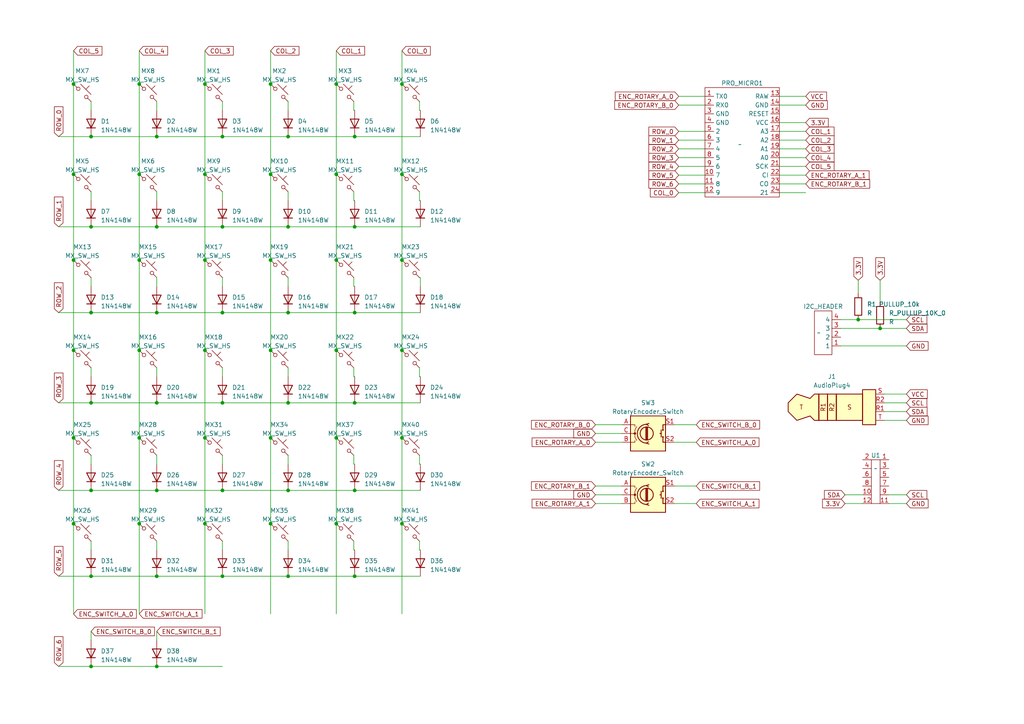
<source format=kicad_sch>
(kicad_sch (version 20230121) (generator eeschema)
  (paper "A4")
  (title_block (title "Soup Board") (date "2023-05-09") (rev "0") (comment 1 "Email: hire.james.m.smith@gmail.com") (comment 2 "Author: James Smith") (comment 3 "Left half of split keyboard"))
  (lib_symbols
    (symbol "Connector_Audio:AudioPlug4"
      (property "Reference" "J" (at 10.16 5.08 0))
      (property "Value" "AudioPlug4" (at 11.43 -7.62 0))
      (symbol "AudioPlug4_0_0"
        (text "R1" (at -2.54 -1.27 900) (effects (font (size 1.27 1.27))))
        (text "R2" (at 0 -1.27 900) (effects (font (size 1.27 1.27))))
        (text "S" (at 5.08 -1.27 0) (effects (font (size 1.27 1.27))))
        (text "T" (at -8.89 -1.27 0) (effects (font (size 1.27 1.27))))
      )
      (symbol "AudioPlug4_1_1"
        (pin passive line (at 15.24 -2.54 180) (length 2.54) (name "~") (number "R1"))
        (pin passive line (at 15.24 0 180) (length 2.54) (name "~") (number "R2"))
        (pin passive line (at 15.24 2.54 180) (length 2.54) (name "~") (number "S"))
        (pin passive line (at 15.24 -5.08 180) (length 2.54) (name "~") (number "T"))
      )
    )
    (symbol "Device:R" (pin_numbers hide) (pin_names (offset 0))
      (property "Reference" "R" (at 2.032 0 90))
      (property "Value" "R" (at 0 0 90))
      (symbol "R_1_1"
        (pin passive line (at 0 3.81 270) (length 1.27) (name "~") (number "1"))
        (pin passive line (at 0 -3.81 90) (length 1.27) (name "~") (number "2"))
      )
    )
    (symbol "Device:RotaryEncoder_Switch" (pin_names (offset 0.254) hide)
      (property "Reference" "SW" (at 0 6.604 0))
      (property "Value" "RotaryEncoder_Switch" (at 0 -6.604 0))
      (symbol "RotaryEncoder_Switch_1_1"
        (pin passive line (at -7.62 2.54 0) (length 2.54) (name "A") (number "A"))
        (pin passive line (at -7.62 -2.54 0) (length 2.54) (name "B") (number "B"))
        (pin passive line (at -7.62 0 0) (length 2.54) (name "C") (number "C"))
        (pin passive line (at 7.62 2.54 180) (length 2.54) (name "S1") (number "S1"))
        (pin passive line (at 7.62 -2.54 180) (length 2.54) (name "S2") (number "S2"))
      )
    )
    (symbol "Diode:1N4148W" (pin_numbers hide) (pin_names hide)
      (property "Reference" "D" (at 0 2.54 0))
      (property "Value" "1N4148W" (at 0 -2.54 0))
      (symbol "1N4148W_1_1"
        (pin passive line (at -3.81 0 0) (length 2.54) (name "K") (number "1"))
        (pin passive line (at 3.81 0 180) (length 2.54) (name "A") (number "2"))
      )
    )
    (symbol "PCM_marbastlib-mx:MX_SW_HS" (pin_numbers hide) (pin_names (offset 1.016) hide)
      (property "Reference" "MX" (at 3.048 1.016 0))
      (property "Value" "MX_SW_HS" (at 0 -3.81 0))
      (symbol "MX_SW_HS_0_1"
        (pin passive line (at -2.54 2.54 0) (length 0) (name "1") (number "1"))
        (pin passive line (at 2.54 -2.54 180) (length 0) (name "2") (number "2"))
      )
    )
    (symbol "soup_parts:12_PIN_FFC_BREAKOUT"
      (property "Reference" "U" (at 0 0 0))
      (symbol "12_PIN_FFC_BREAKOUT_1_1"
        (pin bidirectional line (at 3.81 2.54 180) (length 2.54) (name "") (number "1"))
        (pin bidirectional line (at -3.81 -7.62 0) (length 2.54) (name "") (number "10"))
        (pin bidirectional line (at 3.81 -10.16 180) (length 2.54) (name "") (number "11"))
        (pin bidirectional line (at -3.81 -10.16 0) (length 2.54) (name "") (number "12"))
        (pin bidirectional line (at -3.81 2.54 0) (length 2.54) (name "") (number "2"))
        (pin bidirectional line (at 3.81 0 180) (length 2.54) (name "") (number "3"))
        (pin bidirectional line (at -3.81 0 0) (length 2.54) (name "") (number "4"))
        (pin bidirectional line (at 3.81 -2.54 180) (length 2.54) (name "") (number "5"))
        (pin bidirectional line (at -3.81 -2.54 0) (length 2.54) (name "") (number "6"))
        (pin bidirectional line (at 3.81 -5.08 180) (length 2.54) (name "") (number "7"))
        (pin bidirectional line (at -3.81 -5.08 0) (length 2.54) (name "") (number "8"))
        (pin bidirectional line (at 3.81 -7.62 180) (length 2.54) (name "") (number "9"))
      )
    )
    (symbol "soup_parts:I2C_HEADER"
      (property "Reference" "U" (at 0 0 0))
      (symbol "I2C_HEADER_1_1"
        (pin bidirectional line (at 6.35 -3.81 180) (length 2.54) (name "1") (number "1"))
        (pin bidirectional line (at 6.35 -1.27 180) (length 2.54) (name "2") (number "2"))
        (pin bidirectional line (at 6.35 1.27 180) (length 2.54) (name "3") (number "3"))
        (pin bidirectional line (at 6.35 3.81 180) (length 2.54) (name "4") (number "4"))
      )
    )
    (symbol "soup_parts:rp2040_pro_micro"
      (property "Reference" "PRO_MICRO" (at 0 0 0))
      (symbol "rp2040_pro_micro_1_1"
        (pin bidirectional line (at -10.16 13.97 0) (length 2.54) (name "TX0") (number "1"))
        (pin bidirectional line (at -10.16 -8.89 0) (length 2.54) (name "7") (number "10"))
        (pin bidirectional line (at -10.16 -11.43 0) (length 2.54) (name "8") (number "11"))
        (pin bidirectional line (at -10.16 -13.97 0) (length 2.54) (name "9") (number "12"))
        (pin bidirectional line (at 11.43 13.97 180) (length 2.54) (name "RAW") (number "13"))
        (pin bidirectional line (at 11.43 11.43 180) (length 2.54) (name "GND") (number "14"))
        (pin bidirectional line (at 11.43 8.89 180) (length 2.54) (name "RESET") (number "15"))
        (pin bidirectional line (at 11.43 6.35 180) (length 2.54) (name "VCC") (number "16"))
        (pin bidirectional line (at 11.43 3.81 180) (length 2.54) (name "A3") (number "17"))
        (pin bidirectional line (at 11.43 1.27 180) (length 2.54) (name "A2") (number "18"))
        (pin bidirectional line (at 11.43 -1.27 180) (length 2.54) (name "A1") (number "19"))
        (pin bidirectional line (at -10.16 11.43 0) (length 2.54) (name "RX0") (number "2"))
        (pin bidirectional line (at 11.43 -3.81 180) (length 2.54) (name "A0") (number "20"))
        (pin bidirectional line (at 11.43 -6.35 180) (length 2.54) (name "SCK") (number "21"))
        (pin bidirectional line (at 11.43 -8.89 180) (length 2.54) (name "CI") (number "22"))
        (pin bidirectional line (at 11.43 -11.43 180) (length 2.54) (name "CO") (number "23"))
        (pin bidirectional line (at 11.43 -13.97 180) (length 2.54) (name "21") (number "24"))
        (pin bidirectional line (at -10.16 8.89 0) (length 2.54) (name "GND") (number "3"))
        (pin bidirectional line (at -10.16 6.35 0) (length 2.54) (name "GND") (number "4"))
        (pin bidirectional line (at -10.16 3.81 0) (length 2.54) (name "2") (number "5"))
        (pin bidirectional line (at -10.16 1.27 0) (length 2.54) (name "3") (number "6"))
        (pin bidirectional line (at -10.16 -1.27 0) (length 2.54) (name "4") (number "7"))
        (pin bidirectional line (at -10.16 -3.81 0) (length 2.54) (name "5") (number "8"))
        (pin bidirectional line (at -10.16 -6.35 0) (length 2.54) (name "6") (number "9"))
      )
    )
  )
  (junction (at 64.516 142.24))
  (junction (at 40.386 24.384))
  (junction (at 26.416 65.786))
  (junction (at 64.516 167.132))
  (junction (at 116.586 50.546))
  (junction (at 102.87 142.24))
  (junction (at 116.586 75.438))
  (junction (at 102.87 90.678))
  (junction (at 21.336 75.438))
  (junction (at 21.336 50.546))
  (junction (at 59.436 75.438))
  (junction (at 83.566 39.624))
  (junction (at 40.386 151.892))
  (junction (at 40.386 75.438))
  (junction (at 64.516 65.786))
  (junction (at 116.586 151.892))
  (junction (at 64.516 39.624))
  (junction (at 45.466 65.786))
  (junction (at 78.486 101.6))
  (junction (at 59.436 101.6))
  (junction (at 59.436 24.384))
  (junction (at 78.486 151.892))
  (junction (at 97.536 127))
  (junction (at 59.436 151.892))
  (junction (at 26.416 193.294))
  (junction (at 45.466 39.624))
  (junction (at 59.436 50.546))
  (junction (at 116.586 127))
  (junction (at 97.536 101.6))
  (junction (at 40.386 50.546))
  (junction (at 97.536 151.892))
  (junction (at 45.466 193.294))
  (junction (at 21.336 101.6))
  (junction (at 83.566 90.678))
  (junction (at 21.336 127))
  (junction (at 102.87 65.786))
  (junction (at 26.416 142.24))
  (junction (at 248.92 92.71))
  (junction (at 116.586 101.6))
  (junction (at 78.486 127))
  (junction (at 26.416 39.624))
  (junction (at 83.566 65.786))
  (junction (at 83.566 142.24))
  (junction (at 45.466 142.24))
  (junction (at 59.436 127))
  (junction (at 45.466 116.84))
  (junction (at 78.486 75.438))
  (junction (at 97.536 24.384))
  (junction (at 255.27 95.25))
  (junction (at 45.466 90.678))
  (junction (at 26.416 167.132))
  (junction (at 45.466 167.132))
  (junction (at 102.87 116.84))
  (junction (at 83.566 116.84))
  (junction (at 116.586 24.384))
  (junction (at 102.87 39.624))
  (junction (at 83.566 167.132))
  (junction (at 97.536 75.438))
  (junction (at 26.416 90.678))
  (junction (at 40.386 101.6))
  (junction (at 21.336 24.384))
  (junction (at 64.516 90.678))
  (junction (at 21.336 151.892))
  (junction (at 78.486 50.546))
  (junction (at 102.87 167.132))
  (junction (at 40.386 127))
  (junction (at 97.536 50.546))
  (junction (at 64.516 116.84))
  (junction (at 26.416 116.84))
  (junction (at 78.486 24.384))
  (wire (pts (xy 248.92 81.28) (xy 248.92 85.09)))
  (wire (pts (xy 64.516 132.08) (xy 64.516 134.62)))
  (wire (pts (xy 83.566 167.132) (xy 102.87 167.132)))
  (wire (pts (xy 17.018 65.786) (xy 26.416 65.786)))
  (wire (pts (xy 102.87 142.24) (xy 121.92 142.24)))
  (wire (pts (xy 26.416 193.294) (xy 45.466 193.294)))
  (wire (pts (xy 97.536 14.732) (xy 97.536 24.384)))
  (wire (pts (xy 97.536 50.546) (xy 97.536 75.438)))
  (wire (pts (xy 172.72 146.05) (xy 180.34 146.05)))
  (wire (pts (xy 21.336 50.546) (xy 21.336 75.438)))
  (wire (pts (xy 121.666 32.004) (xy 121.92 32.004)))
  (wire (pts (xy 245.11 146.05) (xy 250.19 146.05)))
  (wire (pts (xy 226.06 40.64) (xy 233.68 40.64)))
  (wire (pts (xy 17.018 90.678) (xy 26.416 90.678)))
  (wire (pts (xy 226.06 50.8) (xy 233.68 50.8)))
  (wire (pts (xy 40.386 151.892) (xy 40.386 178.054)))
  (wire (pts (xy 196.85 43.18) (xy 204.47 43.18)))
  (wire (pts (xy 121.92 80.518) (xy 121.666 80.518)))
  (wire (pts (xy 196.85 53.34) (xy 204.47 53.34)))
  (wire (pts (xy 40.386 14.732) (xy 40.386 24.384)))
  (wire (pts (xy 102.616 55.626) (xy 102.616 58.166)))
  (wire (pts (xy 102.616 156.972) (xy 102.616 159.512)))
  (wire (pts (xy 45.466 183.134) (xy 45.466 185.674)))
  (wire (pts (xy 83.566 80.518) (xy 83.566 83.058)))
  (wire (pts (xy 255.27 81.28) (xy 255.27 87.63)))
  (wire (pts (xy 59.436 24.384) (xy 59.436 50.546)))
  (wire (pts (xy 59.436 127) (xy 59.436 151.892)))
  (wire (pts (xy 121.666 132.08) (xy 121.666 134.62)))
  (wire (pts (xy 21.336 75.438) (xy 21.336 101.6)))
  (wire (pts (xy 26.416 106.68) (xy 26.416 109.22)))
  (wire (pts (xy 59.436 50.546) (xy 59.436 75.438)))
  (wire (pts (xy 64.516 116.84) (xy 83.566 116.84)))
  (wire (pts (xy 83.566 142.24) (xy 102.87 142.24)))
  (wire (pts (xy 195.58 140.97) (xy 201.93 140.97)))
  (wire (pts (xy 226.06 30.48) (xy 233.68 30.48)))
  (wire (pts (xy 21.336 151.892) (xy 21.336 178.054)))
  (wire (pts (xy 40.386 75.438) (xy 40.386 101.6)))
  (wire (pts (xy 102.616 29.464) (xy 102.616 32.004)))
  (wire (pts (xy 116.586 50.546) (xy 116.586 75.438)))
  (wire (pts (xy 26.416 156.972) (xy 26.416 159.512)))
  (wire (pts (xy 102.87 39.624) (xy 121.92 39.624)))
  (wire (pts (xy 64.516 29.464) (xy 64.516 32.004)))
  (wire (pts (xy 226.06 45.72) (xy 233.68 45.72)))
  (wire (pts (xy 116.586 14.732) (xy 116.586 24.384)))
  (wire (pts (xy 45.466 80.518) (xy 45.466 83.058)))
  (wire (pts (xy 21.336 24.384) (xy 21.336 50.546)))
  (wire (pts (xy 97.536 151.892) (xy 97.536 178.054)))
  (wire (pts (xy 116.586 151.892) (xy 116.586 178.054)))
  (wire (pts (xy 121.666 156.972) (xy 121.666 159.512)))
  (wire (pts (xy 243.84 100.33) (xy 262.89 100.33)))
  (wire (pts (xy 97.536 101.6) (xy 97.536 127)))
  (wire (pts (xy 78.486 75.438) (xy 78.486 101.6)))
  (wire (pts (xy 243.84 95.25) (xy 255.27 95.25)))
  (wire (pts (xy 196.85 30.48) (xy 204.47 30.48)))
  (wire (pts (xy 83.566 39.624) (xy 102.87 39.624)))
  (wire (pts (xy 40.386 24.384) (xy 40.386 50.546)))
  (wire (pts (xy 121.666 134.62) (xy 121.92 134.62)))
  (wire (pts (xy 45.466 106.68) (xy 45.466 109.22)))
  (wire (pts (xy 102.616 132.08) (xy 102.616 134.62)))
  (wire (pts (xy 196.85 50.8) (xy 204.47 50.8)))
  (wire (pts (xy 121.666 159.512) (xy 121.92 159.512)))
  (wire (pts (xy 195.58 146.05) (xy 201.93 146.05)))
  (wire (pts (xy 45.466 55.626) (xy 45.466 58.166)))
  (wire (pts (xy 64.516 156.972) (xy 64.516 159.512)))
  (wire (pts (xy 196.85 38.1) (xy 204.47 38.1)))
  (wire (pts (xy 226.06 53.34) (xy 233.68 53.34)))
  (wire (pts (xy 21.336 14.732) (xy 21.336 24.384)))
  (wire (pts (xy 256.54 121.92) (xy 262.89 121.92)))
  (wire (pts (xy 64.516 80.518) (xy 64.516 83.058)))
  (wire (pts (xy 116.586 75.438) (xy 116.586 101.6)))
  (wire (pts (xy 26.416 142.24) (xy 45.466 142.24)))
  (wire (pts (xy 257.81 143.51) (xy 262.89 143.51)))
  (wire (pts (xy 116.586 101.6) (xy 116.586 127)))
  (wire (pts (xy 121.92 83.058) (xy 121.92 80.518)))
  (wire (pts (xy 26.416 65.786) (xy 45.466 65.786)))
  (wire (pts (xy 83.566 106.68) (xy 83.566 109.22)))
  (wire (pts (xy 121.666 109.22) (xy 121.92 109.22)))
  (wire (pts (xy 40.386 127) (xy 40.386 151.892)))
  (wire (pts (xy 172.72 125.73) (xy 180.34 125.73)))
  (wire (pts (xy 97.536 24.384) (xy 97.536 50.546)))
  (wire (pts (xy 83.566 156.972) (xy 83.566 159.512)))
  (wire (pts (xy 64.516 106.68) (xy 64.516 109.22)))
  (wire (pts (xy 78.486 24.384) (xy 78.486 50.546)))
  (wire (pts (xy 26.416 80.518) (xy 26.416 83.058)))
  (wire (pts (xy 121.666 58.166) (xy 121.92 58.166)))
  (wire (pts (xy 116.586 127) (xy 116.586 151.892)))
  (wire (pts (xy 102.87 90.678) (xy 121.92 90.678)))
  (wire (pts (xy 172.72 123.19) (xy 180.34 123.19)))
  (wire (pts (xy 121.666 55.626) (xy 121.666 58.166)))
  (wire (pts (xy 45.466 65.786) (xy 64.516 65.786)))
  (wire (pts (xy 196.85 40.64) (xy 204.47 40.64)))
  (wire (pts (xy 17.018 167.132) (xy 26.416 167.132)))
  (wire (pts (xy 45.466 142.24) (xy 64.516 142.24)))
  (wire (pts (xy 121.666 106.68) (xy 121.666 109.22)))
  (wire (pts (xy 59.436 75.438) (xy 59.436 101.6)))
  (wire (pts (xy 121.666 29.464) (xy 121.666 32.004)))
  (wire (pts (xy 17.018 116.84) (xy 26.416 116.84)))
  (wire (pts (xy 245.11 143.51) (xy 250.19 143.51)))
  (wire (pts (xy 102.87 116.84) (xy 121.92 116.84)))
  (wire (pts (xy 26.416 55.626) (xy 26.416 58.166)))
  (wire (pts (xy 83.566 29.464) (xy 83.566 32.004)))
  (wire (pts (xy 26.416 39.624) (xy 45.466 39.624)))
  (wire (pts (xy 255.27 95.25) (xy 262.89 95.25)))
  (wire (pts (xy 102.616 109.22) (xy 102.87 109.22)))
  (wire (pts (xy 17.018 193.294) (xy 26.416 193.294)))
  (wire (pts (xy 102.87 167.132) (xy 121.92 167.132)))
  (wire (pts (xy 196.85 27.94) (xy 204.47 27.94)))
  (wire (pts (xy 226.06 38.1) (xy 233.68 38.1)))
  (wire (pts (xy 97.536 75.438) (xy 97.536 101.6)))
  (wire (pts (xy 17.018 142.24) (xy 26.416 142.24)))
  (wire (pts (xy 83.566 65.786) (xy 102.87 65.786)))
  (wire (pts (xy 78.486 127) (xy 78.486 151.892)))
  (wire (pts (xy 226.06 55.88) (xy 233.68 55.88)))
  (wire (pts (xy 26.416 183.134) (xy 26.416 185.674)))
  (wire (pts (xy 243.84 92.71) (xy 248.92 92.71)))
  (wire (pts (xy 26.416 90.678) (xy 45.466 90.678)))
  (wire (pts (xy 102.87 65.786) (xy 121.92 65.786)))
  (wire (pts (xy 45.466 156.972) (xy 45.466 159.512)))
  (wire (pts (xy 172.72 140.97) (xy 180.34 140.97)))
  (wire (pts (xy 59.436 151.892) (xy 59.436 178.054)))
  (wire (pts (xy 102.616 32.004) (xy 102.87 32.004)))
  (wire (pts (xy 97.536 127) (xy 97.536 151.892)))
  (wire (pts (xy 26.416 116.84) (xy 45.466 116.84)))
  (wire (pts (xy 196.85 45.72) (xy 204.47 45.72)))
  (wire (pts (xy 78.486 101.6) (xy 78.486 127)))
  (wire (pts (xy 45.466 116.84) (xy 64.516 116.84)))
  (wire (pts (xy 195.58 128.27) (xy 201.93 128.27)))
  (wire (pts (xy 40.386 50.546) (xy 40.386 75.438)))
  (wire (pts (xy 78.486 151.892) (xy 78.486 178.054)))
  (wire (pts (xy 83.566 116.84) (xy 102.87 116.84)))
  (wire (pts (xy 226.06 43.18) (xy 233.68 43.18)))
  (wire (pts (xy 64.516 142.24) (xy 83.566 142.24)))
  (wire (pts (xy 226.06 27.94) (xy 233.68 27.94)))
  (wire (pts (xy 102.616 134.62) (xy 102.87 134.62)))
  (wire (pts (xy 26.416 167.132) (xy 45.466 167.132)))
  (wire (pts (xy 45.466 132.08) (xy 45.466 134.62)))
  (wire (pts (xy 102.616 159.512) (xy 102.87 159.512)))
  (wire (pts (xy 196.85 55.88) (xy 204.47 55.88)))
  (wire (pts (xy 21.336 127) (xy 21.336 151.892)))
  (wire (pts (xy 196.85 48.26) (xy 204.47 48.26)))
  (wire (pts (xy 226.06 35.56) (xy 233.68 35.56)))
  (wire (pts (xy 102.616 80.518) (xy 102.616 83.058)))
  (wire (pts (xy 64.516 65.786) (xy 83.566 65.786)))
  (wire (pts (xy 83.566 55.626) (xy 83.566 58.166)))
  (wire (pts (xy 78.486 14.732) (xy 78.486 24.384)))
  (wire (pts (xy 83.566 90.678) (xy 102.87 90.678)))
  (wire (pts (xy 78.486 50.546) (xy 78.486 75.438)))
  (wire (pts (xy 64.516 90.678) (xy 83.566 90.678)))
  (wire (pts (xy 45.466 90.678) (xy 64.516 90.678)))
  (wire (pts (xy 64.516 39.624) (xy 83.566 39.624)))
  (wire (pts (xy 59.436 14.732) (xy 59.436 24.384)))
  (wire (pts (xy 257.81 146.05) (xy 262.89 146.05)))
  (wire (pts (xy 116.586 24.384) (xy 116.586 50.546)))
  (wire (pts (xy 226.06 48.26) (xy 233.68 48.26)))
  (wire (pts (xy 59.436 101.6) (xy 59.436 127)))
  (wire (pts (xy 172.72 128.27) (xy 180.34 128.27)))
  (wire (pts (xy 256.54 119.38) (xy 262.89 119.38)))
  (wire (pts (xy 45.466 29.464) (xy 45.466 32.004)))
  (wire (pts (xy 102.616 106.68) (xy 102.616 109.22)))
  (wire (pts (xy 256.54 116.84) (xy 262.89 116.84)))
  (wire (pts (xy 64.516 167.132) (xy 83.566 167.132)))
  (wire (pts (xy 40.386 101.6) (xy 40.386 127)))
  (wire (pts (xy 21.336 101.6) (xy 21.336 127)))
  (wire (pts (xy 102.616 83.058) (xy 102.87 83.058)))
  (wire (pts (xy 102.616 58.166) (xy 102.87 58.166)))
  (wire (pts (xy 256.54 114.3) (xy 262.89 114.3)))
  (wire (pts (xy 26.416 29.464) (xy 26.416 32.004)))
  (wire (pts (xy 64.516 55.626) (xy 64.516 58.166)))
  (wire (pts (xy 45.466 193.294) (xy 64.516 193.294)))
  (wire (pts (xy 45.466 39.624) (xy 64.516 39.624)))
  (wire (pts (xy 26.416 132.08) (xy 26.416 134.62)))
  (wire (pts (xy 17.018 39.624) (xy 26.416 39.624)))
  (wire (pts (xy 83.566 132.08) (xy 83.566 134.62)))
  (wire (pts (xy 195.58 123.19) (xy 201.93 123.19)))
  (wire (pts (xy 45.466 167.132) (xy 64.516 167.132)))
  (wire (pts (xy 172.72 143.51) (xy 180.34 143.51)))
  (wire (pts (xy 248.92 92.71) (xy 262.89 92.71)))
  (global_label "ROW_0" (shape input) (at 17.018 39.624 90) (property "Intersheetrefs" "${INTERSHEET_REFS}" (effects hide)))
  (global_label "ROW_6" (shape input) (at 17.018 193.294 90) (property "Intersheetrefs" "${INTERSHEET_REFS}" (effects hide)))
  (global_label "GND" (shape input) (at 172.72 125.73 180) (property "Intersheetrefs" "${INTERSHEET_REFS}" (effects hide)))
  (global_label "3.3V" (shape input) (at 233.68 35.56 0) (property "Intersheetrefs" "${INTERSHEET_REFS}" (effects hide)))
  (global_label "COL_3" (shape input) (at 233.68 43.18 0) (property "Intersheetrefs" "${INTERSHEET_REFS}" (effects hide)))
  (global_label "ENC_ROTARY_B_0" (shape input) (at 172.72 123.19 180) (property "Intersheetrefs" "${INTERSHEET_REFS}" (effects hide)))
  (global_label "ROW_2" (shape input) (at 17.018 90.678 90) (property "Intersheetrefs" "${INTERSHEET_REFS}" (effects hide)))
  (global_label "ROW_3" (shape input) (at 196.85 45.72 180) (property "Intersheetrefs" "${INTERSHEET_REFS}" (effects hide)))
  (global_label "COL_0" (shape input) (at 196.85 55.88 180) (property "Intersheetrefs" "${INTERSHEET_REFS}" (effects hide)))
  (global_label "GND" (shape input) (at 262.89 121.92 0) (property "Intersheetrefs" "${INTERSHEET_REFS}" (effects hide)))
  (global_label "3.3V" (shape input) (at 255.27 81.28 90) (property "Intersheetrefs" "${INTERSHEET_REFS}" (effects hide)))
  (global_label "ENC_SWITCH_B_1" (shape input) (at 45.466 183.134 0) (property "Intersheetrefs" "${INTERSHEET_REFS}" (effects hide)))
  (global_label "GND" (shape input) (at 233.68 30.48 0) (property "Intersheetrefs" "${INTERSHEET_REFS}" (effects hide)))
  (global_label "ENC_SWITCH_A_1" (shape input) (at 40.386 178.054 0) (property "Intersheetrefs" "${INTERSHEET_REFS}" (effects hide)))
  (global_label "ENC_ROTARY_B_0" (shape input) (at 196.85 30.48 180) (property "Intersheetrefs" "${INTERSHEET_REFS}" (effects hide)))
  (global_label "3.3V" (shape input) (at 245.11 146.05 180) (property "Intersheetrefs" "${INTERSHEET_REFS}" (effects hide)))
  (global_label "ENC_ROTARY_A_0" (shape input) (at 172.72 128.27 180) (property "Intersheetrefs" "${INTERSHEET_REFS}" (effects hide)))
  (global_label "ENC_SWITCH_B_1" (shape input) (at 201.93 140.97 0) (property "Intersheetrefs" "${INTERSHEET_REFS}" (effects hide)))
  (global_label "ROW_0" (shape input) (at 196.85 38.1 180) (property "Intersheetrefs" "${INTERSHEET_REFS}" (effects hide)))
  (global_label "ROW_5" (shape input) (at 196.85 50.8 180) (property "Intersheetrefs" "${INTERSHEET_REFS}" (effects hide)))
  (global_label "ROW_2" (shape input) (at 196.85 43.18 180) (property "Intersheetrefs" "${INTERSHEET_REFS}" (effects hide)))
  (global_label "ENC_SWITCH_A_0" (shape input) (at 201.93 128.27 0) (property "Intersheetrefs" "${INTERSHEET_REFS}" (effects hide)))
  (global_label "SCL" (shape input) (at 262.89 116.84 0) (property "Intersheetrefs" "${INTERSHEET_REFS}" (effects hide)))
  (global_label "ENC_ROTARY_A_1" (shape input) (at 172.72 146.05 180) (property "Intersheetrefs" "${INTERSHEET_REFS}" (effects hide)))
  (global_label "ROW_3" (shape input) (at 17.018 116.84 90) (property "Intersheetrefs" "${INTERSHEET_REFS}" (effects hide)))
  (global_label "COL_5" (shape input) (at 233.68 48.26 0) (property "Intersheetrefs" "${INTERSHEET_REFS}" (effects hide)))
  (global_label "ENC_ROTARY_A_1" (shape input) (at 233.68 50.8 0) (property "Intersheetrefs" "${INTERSHEET_REFS}" (effects hide)))
  (global_label "ROW_1" (shape input) (at 17.018 65.786 90) (property "Intersheetrefs" "${INTERSHEET_REFS}" (effects hide)))
  (global_label "ENC_SWITCH_A_1" (shape input) (at 201.93 146.05 0) (property "Intersheetrefs" "${INTERSHEET_REFS}" (effects hide)))
  (global_label "ROW_1" (shape input) (at 196.85 40.64 180) (property "Intersheetrefs" "${INTERSHEET_REFS}" (effects hide)))
  (global_label "ROW_5" (shape input) (at 17.018 167.132 90) (property "Intersheetrefs" "${INTERSHEET_REFS}" (effects hide)))
  (global_label "SDA" (shape input) (at 262.89 119.38 0) (property "Intersheetrefs" "${INTERSHEET_REFS}" (effects hide)))
  (global_label "GND" (shape input) (at 262.89 100.33 0) (property "Intersheetrefs" "${INTERSHEET_REFS}" (effects hide)))
  (global_label "COL_1" (shape input) (at 97.536 14.732 0) (property "Intersheetrefs" "${INTERSHEET_REFS}" (effects hide)))
  (global_label "ROW_6" (shape input) (at 196.85 53.34 180) (property "Intersheetrefs" "${INTERSHEET_REFS}" (effects hide)))
  (global_label "GND" (shape input) (at 172.72 143.51 180) (property "Intersheetrefs" "${INTERSHEET_REFS}" (effects hide)))
  (global_label "SDA" (shape input) (at 262.89 95.25 0) (property "Intersheetrefs" "${INTERSHEET_REFS}" (effects hide)))
  (global_label "ENC_SWITCH_A_0" (shape input) (at 21.336 178.054 0) (property "Intersheetrefs" "${INTERSHEET_REFS}" (effects hide)))
  (global_label "ROW_4" (shape input) (at 17.018 142.24 90) (property "Intersheetrefs" "${INTERSHEET_REFS}" (effects hide)))
  (global_label "SCL" (shape input) (at 262.89 92.71 0) (property "Intersheetrefs" "${INTERSHEET_REFS}" (effects hide)))
  (global_label "ENC_ROTARY_B_1" (shape input) (at 233.68 53.34 0) (property "Intersheetrefs" "${INTERSHEET_REFS}" (effects hide)))
  (global_label "ENC_SWITCH_B_0" (shape input) (at 201.93 123.19 0) (property "Intersheetrefs" "${INTERSHEET_REFS}" (effects hide)))
  (global_label "3.3V" (shape input) (at 248.92 81.28 90) (property "Intersheetrefs" "${INTERSHEET_REFS}" (effects hide)))
  (global_label "GND" (shape input) (at 262.89 146.05 0) (property "Intersheetrefs" "${INTERSHEET_REFS}" (effects hide)))
  (global_label "ENC_ROTARY_B_1" (shape input) (at 172.72 140.97 180) (property "Intersheetrefs" "${INTERSHEET_REFS}" (effects hide)))
  (global_label "COL_2" (shape input) (at 233.68 40.64 0) (property "Intersheetrefs" "${INTERSHEET_REFS}" (effects hide)))
  (global_label "COL_2" (shape input) (at 78.486 14.732 0) (property "Intersheetrefs" "${INTERSHEET_REFS}" (effects hide)))
  (global_label "COL_3" (shape input) (at 59.436 14.732 0) (property "Intersheetrefs" "${INTERSHEET_REFS}" (effects hide)))
  (global_label "COL_4" (shape input) (at 233.68 45.72 0) (property "Intersheetrefs" "${INTERSHEET_REFS}" (effects hide)))
  (global_label "VCC" (shape input) (at 233.68 27.94 0) (property "Intersheetrefs" "${INTERSHEET_REFS}" (effects hide)))
  (global_label "SCL" (shape input) (at 262.89 143.51 0) (property "Intersheetrefs" "${INTERSHEET_REFS}" (effects hide)))
  (global_label "VCC" (shape input) (at 262.89 114.3 0) (property "Intersheetrefs" "${INTERSHEET_REFS}" (effects hide)))
  (global_label "COL_0" (shape input) (at 116.586 14.732 0) (property "Intersheetrefs" "${INTERSHEET_REFS}" (effects hide)))
  (global_label "SDA" (shape input) (at 245.11 143.51 180) (property "Intersheetrefs" "${INTERSHEET_REFS}" (effects hide)))
  (global_label "ENC_SWITCH_B_0" (shape input) (at 26.416 183.134 0) (property "Intersheetrefs" "${INTERSHEET_REFS}" (effects hide)))
  (global_label "COL_4" (shape input) (at 40.386 14.732 0) (property "Intersheetrefs" "${INTERSHEET_REFS}" (effects hide)))
  (global_label "ENC_ROTARY_A_0" (shape input) (at 196.85 27.94 180) (property "Intersheetrefs" "${INTERSHEET_REFS}" (effects hide)))
  (global_label "COL_1" (shape input) (at 233.68 38.1 0) (property "Intersheetrefs" "${INTERSHEET_REFS}" (effects hide)))
  (global_label "ROW_4" (shape input) (at 196.85 48.26 180) (property "Intersheetrefs" "${INTERSHEET_REFS}" (effects hide)))
  (global_label "COL_5" (shape input) (at 21.336 14.732 0) (property "Intersheetrefs" "${INTERSHEET_REFS}" (effects hide)))
  (symbol (lib_id "Diode:1N4148W") (at 83.566 138.43 90) (unit 1)
    (property "Reference" "D28" (at 86.36 137.795 90) (effects (justify right)))
    (property "Value" "1N4148W" (at 86.36 140.335 90) (effects (justify right)))
    (property "Footprint" "Diode_SMD:D_SOD-123" (effects hide))
    (property "Datasheet" "https://www.vishay.com/docs/85748/1n4148w.pdf" (effects hide))
    (property "Sim.Device" "D" (effects hide))
    (property "Sim.Pins" "1=K 2=A" (effects hide))
  )
  (symbol (lib_id "PCM_marbastlib-mx:MX_SW_HS") (at 100.076 104.14 0) (unit 1)
    (property "Reference" "MX22" (at 100.076 97.79 0))
    (property "Value" "MX_SW_HS" (at 100.076 100.33 0))
    (property "Footprint" "PCM_marbastlib-mx:SW_MX_HS_1u" (effects hide))
  )
  (symbol (lib_id "Diode:1N4148W") (at 83.566 35.814 90) (unit 1)
    (property "Reference" "D4" (at 86.36 35.179 90) (effects (justify right)))
    (property "Value" "1N4148W" (at 86.36 37.719 90) (effects (justify right)))
    (property "Footprint" "Diode_SMD:D_SOD-123" (effects hide))
    (property "Datasheet" "https://www.vishay.com/docs/85748/1n4148w.pdf" (effects hide))
    (property "Sim.Device" "D" (effects hide))
    (property "Sim.Pins" "1=K 2=A" (effects hide))
  )
  (symbol (lib_id "Diode:1N4148W") (at 45.466 113.03 90) (unit 1)
    (property "Reference" "D20" (at 48.26 112.395 90) (effects (justify right)))
    (property "Value" "1N4148W" (at 48.26 114.935 90) (effects (justify right)))
    (property "Footprint" "Diode_SMD:D_SOD-123" (effects hide))
    (property "Datasheet" "https://www.vishay.com/docs/85748/1n4148w.pdf" (effects hide))
    (property "Sim.Device" "D" (effects hide))
    (property "Sim.Pins" "1=K 2=A" (effects hide))
  )
  (symbol (lib_id "PCM_marbastlib-mx:MX_SW_HS") (at 42.926 154.432 0) (unit 1)
    (property "Reference" "MX29" (at 42.926 148.082 0))
    (property "Value" "MX_SW_HS" (at 42.926 150.622 0))
    (property "Footprint" "PCM_marbastlib-mx:SW_MX_HS_1u" (effects hide))
  )
  (symbol (lib_id "PCM_marbastlib-mx:MX_SW_HS") (at 119.126 129.54 0) (unit 1)
    (property "Reference" "MX40" (at 119.126 123.19 0))
    (property "Value" "MX_SW_HS" (at 119.126 125.73 0))
    (property "Footprint" "PCM_marbastlib-mx:SW_MX_HS_1u" (effects hide))
  )
  (symbol (lib_id "PCM_marbastlib-mx:MX_SW_HS") (at 100.076 26.924 0) (unit 1)
    (property "Reference" "MX3" (at 100.076 20.574 0))
    (property "Value" "MX_SW_HS" (at 100.076 23.114 0))
    (property "Footprint" "PCM_marbastlib-mx:SW_MX_HS_1u" (effects hide))
  )
  (symbol (lib_id "PCM_marbastlib-mx:MX_SW_HS") (at 81.026 129.54 0) (unit 1)
    (property "Reference" "MX34" (at 81.026 123.19 0))
    (property "Value" "MX_SW_HS" (at 81.026 125.73 0))
    (property "Footprint" "PCM_marbastlib-mx:SW_MX_HS_1u" (effects hide))
  )
  (symbol (lib_id "Diode:1N4148W") (at 83.566 86.868 90) (unit 1)
    (property "Reference" "D16" (at 86.36 86.233 90) (effects (justify right)))
    (property "Value" "1N4148W" (at 86.36 88.773 90) (effects (justify right)))
    (property "Footprint" "Diode_SMD:D_SOD-123" (effects hide))
    (property "Datasheet" "https://www.vishay.com/docs/85748/1n4148w.pdf" (effects hide))
    (property "Sim.Device" "D" (effects hide))
    (property "Sim.Pins" "1=K 2=A" (effects hide))
  )
  (symbol (lib_id "PCM_marbastlib-mx:MX_SW_HS") (at 61.976 129.54 0) (unit 1)
    (property "Reference" "MX31" (at 61.976 123.19 0))
    (property "Value" "MX_SW_HS" (at 61.976 125.73 0))
    (property "Footprint" "PCM_marbastlib-mx:SW_MX_HS_1u" (effects hide))
  )
  (symbol (lib_id "PCM_marbastlib-mx:MX_SW_HS") (at 119.126 26.924 0) (unit 1)
    (property "Reference" "MX4" (at 119.126 20.574 0))
    (property "Value" "MX_SW_HS" (at 119.126 23.114 0))
    (property "Footprint" "PCM_marbastlib-mx:SW_MX_HS_1u" (effects hide))
  )
  (symbol (lib_id "Diode:1N4148W") (at 102.87 86.868 90) (unit 1)
    (property "Reference" "D17" (at 105.664 86.233 90) (effects (justify right)))
    (property "Value" "1N4148W" (at 105.664 88.773 90) (effects (justify right)))
    (property "Footprint" "Diode_SMD:D_SOD-123" (effects hide))
    (property "Datasheet" "https://www.vishay.com/docs/85748/1n4148w.pdf" (effects hide))
    (property "Sim.Device" "D" (effects hide))
    (property "Sim.Pins" "1=K 2=A" (effects hide))
  )
  (symbol (lib_id "Diode:1N4148W") (at 26.416 61.976 90) (unit 1)
    (property "Reference" "D7" (at 29.21 61.341 90) (effects (justify right)))
    (property "Value" "1N4148W" (at 29.21 63.881 90) (effects (justify right)))
    (property "Footprint" "Diode_SMD:D_SOD-123" (effects hide))
    (property "Datasheet" "https://www.vishay.com/docs/85748/1n4148w.pdf" (effects hide))
    (property "Sim.Device" "D" (effects hide))
    (property "Sim.Pins" "1=K 2=A" (effects hide))
  )
  (symbol (lib_id "Diode:1N4148W") (at 121.92 138.43 90) (unit 1)
    (property "Reference" "D30" (at 124.714 137.795 90) (effects (justify right)))
    (property "Value" "1N4148W" (at 124.714 140.335 90) (effects (justify right)))
    (property "Footprint" "Diode_SMD:D_SOD-123" (effects hide))
    (property "Datasheet" "https://www.vishay.com/docs/85748/1n4148w.pdf" (effects hide))
    (property "Sim.Device" "D" (effects hide))
    (property "Sim.Pins" "1=K 2=A" (effects hide))
  )
  (symbol (lib_id "Diode:1N4148W") (at 121.92 113.03 90) (unit 1)
    (property "Reference" "D24" (at 124.714 112.395 90) (effects (justify right)))
    (property "Value" "1N4148W" (at 124.714 114.935 90) (effects (justify right)))
    (property "Footprint" "Diode_SMD:D_SOD-123" (effects hide))
    (property "Datasheet" "https://www.vishay.com/docs/85748/1n4148w.pdf" (effects hide))
    (property "Sim.Device" "D" (effects hide))
    (property "Sim.Pins" "1=K 2=A" (effects hide))
  )
  (symbol (lib_id "PCM_marbastlib-mx:MX_SW_HS") (at 42.926 104.14 0) (unit 1)
    (property "Reference" "MX16" (at 42.926 97.79 0))
    (property "Value" "MX_SW_HS" (at 42.926 100.33 0))
    (property "Footprint" "PCM_marbastlib-mx:SW_MX_HS_1u" (effects hide))
  )
  (symbol (lib_id "PCM_marbastlib-mx:MX_SW_HS") (at 23.876 129.54 0) (unit 1)
    (property "Reference" "MX25" (at 23.876 123.19 0))
    (property "Value" "MX_SW_HS" (at 23.876 125.73 0))
    (property "Footprint" "PCM_marbastlib-mx:SW_MX_HS_1u" (effects hide))
  )
  (symbol (lib_id "PCM_marbastlib-mx:MX_SW_HS") (at 119.126 53.086 0) (unit 1)
    (property "Reference" "MX12" (at 119.126 46.736 0))
    (property "Value" "MX_SW_HS" (at 119.126 49.276 0))
    (property "Footprint" "PCM_marbastlib-mx:SW_MX_HS_1u" (effects hide))
  )
  (symbol (lib_id "PCM_marbastlib-mx:MX_SW_HS") (at 23.876 26.924 0) (unit 1)
    (property "Reference" "MX7" (at 23.876 20.574 0))
    (property "Value" "MX_SW_HS" (at 23.876 23.114 0))
    (property "Footprint" "PCM_marbastlib-mx:SW_MX_HS_1u" (effects hide))
  )
  (symbol (lib_id "Diode:1N4148W") (at 83.566 113.03 90) (unit 1)
    (property "Reference" "D22" (at 86.36 112.395 90) (effects (justify right)))
    (property "Value" "1N4148W" (at 86.36 114.935 90) (effects (justify right)))
    (property "Footprint" "Diode_SMD:D_SOD-123" (effects hide))
    (property "Datasheet" "https://www.vishay.com/docs/85748/1n4148w.pdf" (effects hide))
    (property "Sim.Device" "D" (effects hide))
    (property "Sim.Pins" "1=K 2=A" (effects hide))
  )
  (symbol (lib_id "Diode:1N4148W") (at 26.416 86.868 90) (unit 1)
    (property "Reference" "D13" (at 29.21 86.233 90) (effects (justify right)))
    (property "Value" "1N4148W" (at 29.21 88.773 90) (effects (justify right)))
    (property "Footprint" "Diode_SMD:D_SOD-123" (effects hide))
    (property "Datasheet" "https://www.vishay.com/docs/85748/1n4148w.pdf" (effects hide))
    (property "Sim.Device" "D" (effects hide))
    (property "Sim.Pins" "1=K 2=A" (effects hide))
  )
  (symbol (lib_id "Diode:1N4148W") (at 64.516 113.03 90) (unit 1)
    (property "Reference" "D21" (at 67.31 112.395 90) (effects (justify right)))
    (property "Value" "1N4148W" (at 67.31 114.935 90) (effects (justify right)))
    (property "Footprint" "Diode_SMD:D_SOD-123" (effects hide))
    (property "Datasheet" "https://www.vishay.com/docs/85748/1n4148w.pdf" (effects hide))
    (property "Sim.Device" "D" (effects hide))
    (property "Sim.Pins" "1=K 2=A" (effects hide))
  )
  (symbol (lib_id "PCM_marbastlib-mx:MX_SW_HS") (at 23.876 77.978 0) (unit 1)
    (property "Reference" "MX13" (at 23.876 71.628 0))
    (property "Value" "MX_SW_HS" (at 23.876 74.168 0))
    (property "Footprint" "PCM_marbastlib-mx:SW_MX_HS_1u" (effects hide))
  )
  (symbol (lib_id "PCM_marbastlib-mx:MX_SW_HS") (at 81.026 26.924 0) (unit 1)
    (property "Reference" "MX2" (at 81.026 20.574 0))
    (property "Value" "MX_SW_HS" (at 81.026 23.114 0))
    (property "Footprint" "PCM_marbastlib-mx:SW_MX_HS_1u" (effects hide))
  )
  (symbol (lib_id "Diode:1N4148W") (at 83.566 61.976 90) (unit 1)
    (property "Reference" "D10" (at 86.36 61.341 90) (effects (justify right)))
    (property "Value" "1N4148W" (at 86.36 63.881 90) (effects (justify right)))
    (property "Footprint" "Diode_SMD:D_SOD-123" (effects hide))
    (property "Datasheet" "https://www.vishay.com/docs/85748/1n4148w.pdf" (effects hide))
    (property "Sim.Device" "D" (effects hide))
    (property "Sim.Pins" "1=K 2=A" (effects hide))
  )
  (symbol (lib_id "Diode:1N4148W") (at 26.416 163.322 90) (unit 1)
    (property "Reference" "D31" (at 29.21 162.687 90) (effects (justify right)))
    (property "Value" "1N4148W" (at 29.21 165.227 90) (effects (justify right)))
    (property "Footprint" "Diode_SMD:D_SOD-123" (effects hide))
    (property "Datasheet" "https://www.vishay.com/docs/85748/1n4148w.pdf" (effects hide))
    (property "Sim.Device" "D" (effects hide))
    (property "Sim.Pins" "1=K 2=A" (effects hide))
  )
  (symbol (lib_id "PCM_marbastlib-mx:MX_SW_HS") (at 100.076 129.54 0) (unit 1)
    (property "Reference" "MX37" (at 100.076 123.19 0))
    (property "Value" "MX_SW_HS" (at 100.076 125.73 0))
    (property "Footprint" "PCM_marbastlib-mx:SW_MX_HS_1u" (effects hide))
  )
  (symbol (lib_id "Diode:1N4148W") (at 45.466 138.43 90) (unit 1)
    (property "Reference" "D26" (at 48.26 137.795 90) (effects (justify right)))
    (property "Value" "1N4148W" (at 48.26 140.335 90) (effects (justify right)))
    (property "Footprint" "Diode_SMD:D_SOD-123" (effects hide))
    (property "Datasheet" "https://www.vishay.com/docs/85748/1n4148w.pdf" (effects hide))
    (property "Sim.Device" "D" (effects hide))
    (property "Sim.Pins" "1=K 2=A" (effects hide))
  )
  (symbol (lib_id "PCM_marbastlib-mx:MX_SW_HS") (at 81.026 104.14 0) (unit 1)
    (property "Reference" "MX20" (at 81.026 97.79 0))
    (property "Value" "MX_SW_HS" (at 81.026 100.33 0))
    (property "Footprint" "PCM_marbastlib-mx:SW_MX_HS_1u" (effects hide))
  )
  (symbol (lib_id "Diode:1N4148W") (at 64.516 61.976 90) (unit 1)
    (property "Reference" "D9" (at 67.31 61.341 90) (effects (justify right)))
    (property "Value" "1N4148W" (at 67.31 63.881 90) (effects (justify right)))
    (property "Footprint" "Diode_SMD:D_SOD-123" (effects hide))
    (property "Datasheet" "https://www.vishay.com/docs/85748/1n4148w.pdf" (effects hide))
    (property "Sim.Device" "D" (effects hide))
    (property "Sim.Pins" "1=K 2=A" (effects hide))
  )
  (symbol (lib_id "Diode:1N4148W") (at 102.87 138.43 90) (unit 1)
    (property "Reference" "D29" (at 105.664 137.795 90) (effects (justify right)))
    (property "Value" "1N4148W" (at 105.664 140.335 90) (effects (justify right)))
    (property "Footprint" "Diode_SMD:D_SOD-123" (effects hide))
    (property "Datasheet" "https://www.vishay.com/docs/85748/1n4148w.pdf" (effects hide))
    (property "Sim.Device" "D" (effects hide))
    (property "Sim.Pins" "1=K 2=A" (effects hide))
  )
  (symbol (lib_id "Diode:1N4148W") (at 26.416 35.814 90) (unit 1)
    (property "Reference" "D1" (at 29.21 35.179 90) (effects (justify right)))
    (property "Value" "1N4148W" (at 29.21 37.719 90) (effects (justify right)))
    (property "Footprint" "Diode_SMD:D_SOD-123" (effects hide))
    (property "Datasheet" "https://www.vishay.com/docs/85748/1n4148w.pdf" (effects hide))
    (property "Sim.Device" "D" (effects hide))
    (property "Sim.Pins" "1=K 2=A" (effects hide))
  )
  (symbol (lib_id "Diode:1N4148W") (at 26.416 138.43 90) (unit 1)
    (property "Reference" "D25" (at 29.21 137.795 90) (effects (justify right)))
    (property "Value" "1N4148W" (at 29.21 140.335 90) (effects (justify right)))
    (property "Footprint" "Diode_SMD:D_SOD-123" (effects hide))
    (property "Datasheet" "https://www.vishay.com/docs/85748/1n4148w.pdf" (effects hide))
    (property "Sim.Device" "D" (effects hide))
    (property "Sim.Pins" "1=K 2=A" (effects hide))
  )
  (symbol (lib_id "PCM_marbastlib-mx:MX_SW_HS") (at 119.126 77.978 0) (unit 1)
    (property "Reference" "MX23" (at 119.126 71.628 0))
    (property "Value" "MX_SW_HS" (at 119.126 74.168 0))
    (property "Footprint" "PCM_marbastlib-mx:SW_MX_HS_1u" (effects hide))
  )
  (symbol (lib_id "soup_parts:12_PIN_FFC_BREAKOUT") (at 254 135.89 0) (unit 1)
    (property "Reference" "U1" (at 254 132.08 0))
    (property "Value" "~" (at 254 135.89 0))
  )
  (symbol (lib_id "Diode:1N4148W") (at 64.516 35.814 90) (unit 1)
    (property "Reference" "D3" (at 67.31 35.179 90) (effects (justify right)))
    (property "Value" "1N4148W" (at 67.31 37.719 90) (effects (justify right)))
    (property "Footprint" "Diode_SMD:D_SOD-123" (effects hide))
    (property "Datasheet" "https://www.vishay.com/docs/85748/1n4148w.pdf" (effects hide))
    (property "Sim.Device" "D" (effects hide))
    (property "Sim.Pins" "1=K 2=A" (effects hide))
  )
  (symbol (lib_id "Diode:1N4148W") (at 121.92 86.868 90) (unit 1)
    (property "Reference" "D18" (at 124.714 86.233 90) (effects (justify right)))
    (property "Value" "1N4148W" (at 124.714 88.773 90) (effects (justify right)))
    (property "Footprint" "Diode_SMD:D_SOD-123" (effects hide))
    (property "Datasheet" "https://www.vishay.com/docs/85748/1n4148w.pdf" (effects hide))
    (property "Sim.Device" "D" (effects hide))
    (property "Sim.Pins" "1=K 2=A" (effects hide))
  )
  (symbol (lib_id "PCM_marbastlib-mx:MX_SW_HS") (at 42.926 77.978 0) (unit 1)
    (property "Reference" "MX15" (at 42.926 71.628 0))
    (property "Value" "MX_SW_HS" (at 42.926 74.168 0))
    (property "Footprint" "PCM_marbastlib-mx:SW_MX_HS_1u" (effects hide))
  )
  (symbol (lib_id "PCM_marbastlib-mx:MX_SW_HS") (at 61.976 26.924 0) (unit 1)
    (property "Reference" "MX1" (at 61.976 20.574 0))
    (property "Value" "MX_SW_HS" (at 61.976 23.114 0))
    (property "Footprint" "PCM_marbastlib-mx:SW_MX_HS_1u" (effects hide))
  )
  (symbol (lib_id "Device:R") (at 248.92 88.9 0) (unit 1)
    (property "Reference" "R1_PULLUP_10k" (at 251.46 88.265 0) (effects (justify left)))
    (property "Value" "R" (at 251.46 90.805 0) (effects (justify left)))
  )
  (symbol (lib_id "PCM_marbastlib-mx:MX_SW_HS") (at 23.876 154.432 0) (unit 1)
    (property "Reference" "MX26" (at 23.876 148.082 0))
    (property "Value" "MX_SW_HS" (at 23.876 150.622 0))
    (property "Footprint" "PCM_marbastlib-mx:SW_MX_HS_1u" (effects hide))
  )
  (symbol (lib_id "Diode:1N4148W") (at 121.92 61.976 90) (unit 1)
    (property "Reference" "D12" (at 124.714 61.341 90) (effects (justify right)))
    (property "Value" "1N4148W" (at 124.714 63.881 90) (effects (justify right)))
    (property "Footprint" "Diode_SMD:D_SOD-123" (effects hide))
    (property "Datasheet" "https://www.vishay.com/docs/85748/1n4148w.pdf" (effects hide))
    (property "Sim.Device" "D" (effects hide))
    (property "Sim.Pins" "1=K 2=A" (effects hide))
  )
  (symbol (lib_id "soup_parts:I2C_HEADER") (at 237.49 96.52 0) (unit 1)
    (property "Reference" "I2C_HEADER" (at 238.76 88.9 0))
    (property "Value" "~" (at 237.49 96.52 0))
  )
  (symbol (lib_id "Diode:1N4148W") (at 45.466 61.976 90) (unit 1)
    (property "Reference" "D8" (at 48.26 61.341 90) (effects (justify right)))
    (property "Value" "1N4148W" (at 48.26 63.881 90) (effects (justify right)))
    (property "Footprint" "Diode_SMD:D_SOD-123" (effects hide))
    (property "Datasheet" "https://www.vishay.com/docs/85748/1n4148w.pdf" (effects hide))
    (property "Sim.Device" "D" (effects hide))
    (property "Sim.Pins" "1=K 2=A" (effects hide))
  )
  (symbol (lib_id "soup_parts:rp2040_pro_micro") (at 214.63 41.91 0) (unit 1)
    (property "Reference" "PRO_MICRO1" (at 215.265 24.13 0))
    (property "Value" "~" (at 214.63 41.91 0))
  )
  (symbol (lib_id "PCM_marbastlib-mx:MX_SW_HS") (at 100.076 154.432 0) (unit 1)
    (property "Reference" "MX38" (at 100.076 148.082 0))
    (property "Value" "MX_SW_HS" (at 100.076 150.622 0))
    (property "Footprint" "PCM_marbastlib-mx:SW_MX_HS_1u" (effects hide))
  )
  (symbol (lib_id "Diode:1N4148W") (at 45.466 86.868 90) (unit 1)
    (property "Reference" "D14" (at 48.26 86.233 90) (effects (justify right)))
    (property "Value" "1N4148W" (at 48.26 88.773 90) (effects (justify right)))
    (property "Footprint" "Diode_SMD:D_SOD-123" (effects hide))
    (property "Datasheet" "https://www.vishay.com/docs/85748/1n4148w.pdf" (effects hide))
    (property "Sim.Device" "D" (effects hide))
    (property "Sim.Pins" "1=K 2=A" (effects hide))
  )
  (symbol (lib_id "PCM_marbastlib-mx:MX_SW_HS") (at 81.026 53.086 0) (unit 1)
    (property "Reference" "MX10" (at 81.026 46.736 0))
    (property "Value" "MX_SW_HS" (at 81.026 49.276 0))
    (property "Footprint" "PCM_marbastlib-mx:SW_MX_HS_1u" (effects hide))
  )
  (symbol (lib_id "Diode:1N4148W") (at 83.566 163.322 90) (unit 1)
    (property "Reference" "D34" (at 86.36 162.687 90) (effects (justify right)))
    (property "Value" "1N4148W" (at 86.36 165.227 90) (effects (justify right)))
    (property "Footprint" "Diode_SMD:D_SOD-123" (effects hide))
    (property "Datasheet" "https://www.vishay.com/docs/85748/1n4148w.pdf" (effects hide))
    (property "Sim.Device" "D" (effects hide))
    (property "Sim.Pins" "1=K 2=A" (effects hide))
  )
  (symbol (lib_id "PCM_marbastlib-mx:MX_SW_HS") (at 119.126 154.432 0) (unit 1)
    (property "Reference" "MX41" (at 119.126 148.082 0))
    (property "Value" "MX_SW_HS" (at 119.126 150.622 0))
    (property "Footprint" "PCM_marbastlib-mx:SW_MX_HS_1u" (effects hide))
  )
  (symbol (lib_id "PCM_marbastlib-mx:MX_SW_HS") (at 42.926 129.54 0) (unit 1)
    (property "Reference" "MX28" (at 42.926 123.19 0))
    (property "Value" "MX_SW_HS" (at 42.926 125.73 0))
    (property "Footprint" "PCM_marbastlib-mx:SW_MX_HS_1u" (effects hide))
  )
  (symbol (lib_id "Diode:1N4148W") (at 102.87 163.322 90) (unit 1)
    (property "Reference" "D35" (at 105.664 162.687 90) (effects (justify right)))
    (property "Value" "1N4148W" (at 105.664 165.227 90) (effects (justify right)))
    (property "Footprint" "Diode_SMD:D_SOD-123" (effects hide))
    (property "Datasheet" "https://www.vishay.com/docs/85748/1n4148w.pdf" (effects hide))
    (property "Sim.Device" "D" (effects hide))
    (property "Sim.Pins" "1=K 2=A" (effects hide))
  )
  (symbol (lib_id "Diode:1N4148W") (at 102.87 61.976 90) (unit 1)
    (property "Reference" "D11" (at 105.664 61.341 90) (effects (justify right)))
    (property "Value" "1N4148W" (at 105.664 63.881 90) (effects (justify right)))
    (property "Footprint" "Diode_SMD:D_SOD-123" (effects hide))
    (property "Datasheet" "https://www.vishay.com/docs/85748/1n4148w.pdf" (effects hide))
    (property "Sim.Device" "D" (effects hide))
    (property "Sim.Pins" "1=K 2=A" (effects hide))
  )
  (symbol (lib_id "PCM_marbastlib-mx:MX_SW_HS") (at 61.976 154.432 0) (unit 1)
    (property "Reference" "MX32" (at 61.976 148.082 0))
    (property "Value" "MX_SW_HS" (at 61.976 150.622 0))
    (property "Footprint" "PCM_marbastlib-mx:SW_MX_HS_1u" (effects hide))
  )
  (symbol (lib_id "Diode:1N4148W") (at 26.416 113.03 90) (unit 1)
    (property "Reference" "D19" (at 29.21 112.395 90) (effects (justify right)))
    (property "Value" "1N4148W" (at 29.21 114.935 90) (effects (justify right)))
    (property "Footprint" "Diode_SMD:D_SOD-123" (effects hide))
    (property "Datasheet" "https://www.vishay.com/docs/85748/1n4148w.pdf" (effects hide))
    (property "Sim.Device" "D" (effects hide))
    (property "Sim.Pins" "1=K 2=A" (effects hide))
  )
  (symbol (lib_id "PCM_marbastlib-mx:MX_SW_HS") (at 81.026 154.432 0) (unit 1)
    (property "Reference" "MX35" (at 81.026 148.082 0))
    (property "Value" "MX_SW_HS" (at 81.026 150.622 0))
    (property "Footprint" "PCM_marbastlib-mx:SW_MX_HS_1u" (effects hide))
  )
  (symbol (lib_id "PCM_marbastlib-mx:MX_SW_HS") (at 61.976 53.086 0) (unit 1)
    (property "Reference" "MX9" (at 61.976 46.736 0))
    (property "Value" "MX_SW_HS" (at 61.976 49.276 0))
    (property "Footprint" "PCM_marbastlib-mx:SW_MX_HS_1u" (effects hide))
  )
  (symbol (lib_id "PCM_marbastlib-mx:MX_SW_HS") (at 23.876 104.14 0) (unit 1)
    (property "Reference" "MX14" (at 23.876 97.79 0))
    (property "Value" "MX_SW_HS" (at 23.876 100.33 0))
    (property "Footprint" "PCM_marbastlib-mx:SW_MX_HS_1u" (effects hide))
  )
  (symbol (lib_id "PCM_marbastlib-mx:MX_SW_HS") (at 119.126 104.14 0) (unit 1)
    (property "Reference" "MX24" (at 119.126 97.79 0))
    (property "Value" "MX_SW_HS" (at 119.126 100.33 0))
    (property "Footprint" "PCM_marbastlib-mx:SW_MX_HS_1u" (effects hide))
  )
  (symbol (lib_id "Diode:1N4148W") (at 102.87 35.814 90) (unit 1)
    (property "Reference" "D5" (at 105.664 35.179 90) (effects (justify right)))
    (property "Value" "1N4148W" (at 105.664 37.719 90) (effects (justify right)))
    (property "Footprint" "Diode_SMD:D_SOD-123" (effects hide))
    (property "Datasheet" "https://www.vishay.com/docs/85748/1n4148w.pdf" (effects hide))
    (property "Sim.Device" "D" (effects hide))
    (property "Sim.Pins" "1=K 2=A" (effects hide))
  )
  (symbol (lib_id "Connector_Audio:AudioPlug4") (at 241.3 116.84 0) (unit 1)
    (property "Reference" "J1" (at 241.3 109.22 0))
    (property "Value" "AudioPlug4" (at 241.3 111.76 0))
  )
  (symbol (lib_id "Device:RotaryEncoder_Switch") (at 187.96 125.73 0) (unit 1)
    (property "Reference" "SW3" (at 187.96 116.84 0))
    (property "Value" "RotaryEncoder_Switch" (at 187.96 119.38 0))
  )
  (symbol (lib_id "PCM_marbastlib-mx:MX_SW_HS") (at 42.926 53.086 0) (unit 1)
    (property "Reference" "MX6" (at 42.926 46.736 0))
    (property "Value" "MX_SW_HS" (at 42.926 49.276 0))
    (property "Footprint" "PCM_marbastlib-mx:SW_MX_HS_1u" (effects hide))
  )
  (symbol (lib_id "PCM_marbastlib-mx:MX_SW_HS") (at 100.076 53.086 0) (unit 1)
    (property "Reference" "MX11" (at 100.076 46.736 0))
    (property "Value" "MX_SW_HS" (at 100.076 49.276 0))
    (property "Footprint" "PCM_marbastlib-mx:SW_MX_HS_1u" (effects hide))
  )
  (symbol (lib_id "Device:RotaryEncoder_Switch") (at 187.96 143.51 0) (unit 1)
    (property "Reference" "SW2" (at 187.96 134.62 0))
    (property "Value" "RotaryEncoder_Switch" (at 187.96 137.16 0))
  )
  (symbol (lib_id "PCM_marbastlib-mx:MX_SW_HS") (at 100.076 77.978 0) (unit 1)
    (property "Reference" "MX21" (at 100.076 71.628 0))
    (property "Value" "MX_SW_HS" (at 100.076 74.168 0))
    (property "Footprint" "PCM_marbastlib-mx:SW_MX_HS_1u" (effects hide))
  )
  (symbol (lib_id "Diode:1N4148W") (at 64.516 86.868 90) (unit 1)
    (property "Reference" "D15" (at 67.31 86.233 90) (effects (justify right)))
    (property "Value" "1N4148W" (at 67.31 88.773 90) (effects (justify right)))
    (property "Footprint" "Diode_SMD:D_SOD-123" (effects hide))
    (property "Datasheet" "https://www.vishay.com/docs/85748/1n4148w.pdf" (effects hide))
    (property "Sim.Device" "D" (effects hide))
    (property "Sim.Pins" "1=K 2=A" (effects hide))
  )
  (symbol (lib_id "Diode:1N4148W") (at 64.516 163.322 90) (unit 1)
    (property "Reference" "D33" (at 67.31 162.687 90) (effects (justify right)))
    (property "Value" "1N4148W" (at 67.31 165.227 90) (effects (justify right)))
    (property "Footprint" "Diode_SMD:D_SOD-123" (effects hide))
    (property "Datasheet" "https://www.vishay.com/docs/85748/1n4148w.pdf" (effects hide))
    (property "Sim.Device" "D" (effects hide))
    (property "Sim.Pins" "1=K 2=A" (effects hide))
  )
  (symbol (lib_id "PCM_marbastlib-mx:MX_SW_HS") (at 42.926 26.924 0) (unit 1)
    (property "Reference" "MX8" (at 42.926 20.574 0))
    (property "Value" "MX_SW_HS" (at 42.926 23.114 0))
    (property "Footprint" "PCM_marbastlib-mx:SW_MX_HS_1u" (effects hide))
  )
  (symbol (lib_id "Device:R") (at 255.27 91.44 0) (unit 1)
    (property "Reference" "R_PULLUP_10K_0" (at 257.81 90.805 0) (effects (justify left)))
    (property "Value" "R" (at 257.81 93.345 0) (effects (justify left)))
  )
  (symbol (lib_id "Diode:1N4148W") (at 121.92 35.814 90) (unit 1)
    (property "Reference" "D6" (at 124.714 35.179 90) (effects (justify right)))
    (property "Value" "1N4148W" (at 124.714 37.719 90) (effects (justify right)))
    (property "Footprint" "Diode_SMD:D_SOD-123" (effects hide))
    (property "Datasheet" "https://www.vishay.com/docs/85748/1n4148w.pdf" (effects hide))
    (property "Sim.Device" "D" (effects hide))
    (property "Sim.Pins" "1=K 2=A" (effects hide))
  )
  (symbol (lib_id "PCM_marbastlib-mx:MX_SW_HS") (at 61.976 104.14 0) (unit 1)
    (property "Reference" "MX18" (at 61.976 97.79 0))
    (property "Value" "MX_SW_HS" (at 61.976 100.33 0))
    (property "Footprint" "PCM_marbastlib-mx:SW_MX_HS_1u" (effects hide))
  )
  (symbol (lib_id "Diode:1N4148W") (at 102.87 113.03 90) (unit 1)
    (property "Reference" "D23" (at 105.664 112.395 90) (effects (justify right)))
    (property "Value" "1N4148W" (at 105.664 114.935 90) (effects (justify right)))
    (property "Footprint" "Diode_SMD:D_SOD-123" (effects hide))
    (property "Datasheet" "https://www.vishay.com/docs/85748/1n4148w.pdf" (effects hide))
    (property "Sim.Device" "D" (effects hide))
    (property "Sim.Pins" "1=K 2=A" (effects hide))
  )
  (symbol (lib_id "PCM_marbastlib-mx:MX_SW_HS") (at 81.026 77.978 0) (unit 1)
    (property "Reference" "MX19" (at 81.026 71.628 0))
    (property "Value" "MX_SW_HS" (at 81.026 74.168 0))
    (property "Footprint" "PCM_marbastlib-mx:SW_MX_HS_1u" (effects hide))
  )
  (symbol (lib_id "Diode:1N4148W") (at 45.466 189.484 90) (unit 1)
    (property "Reference" "D38" (at 48.26 188.849 90) (effects (justify right)))
    (property "Value" "1N4148W" (at 48.26 191.389 90) (effects (justify right)))
    (property "Footprint" "Diode_SMD:D_SOD-123" (effects hide))
    (property "Datasheet" "https://www.vishay.com/docs/85748/1n4148w.pdf" (effects hide))
    (property "Sim.Device" "D" (effects hide))
    (property "Sim.Pins" "1=K 2=A" (effects hide))
  )
  (symbol (lib_id "PCM_marbastlib-mx:MX_SW_HS") (at 23.876 53.086 0) (unit 1)
    (property "Reference" "MX5" (at 23.876 46.736 0))
    (property "Value" "MX_SW_HS" (at 23.876 49.276 0))
    (property "Footprint" "PCM_marbastlib-mx:SW_MX_HS_1u" (effects hide))
  )
  (symbol (lib_id "Diode:1N4148W") (at 121.92 163.322 90) (unit 1)
    (property "Reference" "D36" (at 124.714 162.687 90) (effects (justify right)))
    (property "Value" "1N4148W" (at 124.714 165.227 90) (effects (justify right)))
    (property "Footprint" "Diode_SMD:D_SOD-123" (effects hide))
    (property "Datasheet" "https://www.vishay.com/docs/85748/1n4148w.pdf" (effects hide))
    (property "Sim.Device" "D" (effects hide))
    (property "Sim.Pins" "1=K 2=A" (effects hide))
  )
  (symbol (lib_id "Diode:1N4148W") (at 45.466 163.322 90) (unit 1)
    (property "Reference" "D32" (at 48.26 162.687 90) (effects (justify right)))
    (property "Value" "1N4148W" (at 48.26 165.227 90) (effects (justify right)))
    (property "Footprint" "Diode_SMD:D_SOD-123" (effects hide))
    (property "Datasheet" "https://www.vishay.com/docs/85748/1n4148w.pdf" (effects hide))
    (property "Sim.Device" "D" (effects hide))
    (property "Sim.Pins" "1=K 2=A" (effects hide))
  )
  (symbol (lib_id "Diode:1N4148W") (at 26.416 189.484 90) (unit 1)
    (property "Reference" "D37" (at 29.21 188.849 90) (effects (justify right)))
    (property "Value" "1N4148W" (at 29.21 191.389 90) (effects (justify right)))
    (property "Footprint" "Diode_SMD:D_SOD-123" (effects hide))
    (property "Datasheet" "https://www.vishay.com/docs/85748/1n4148w.pdf" (effects hide))
    (property "Sim.Device" "D" (effects hide))
    (property "Sim.Pins" "1=K 2=A" (effects hide))
  )
  (symbol (lib_id "PCM_marbastlib-mx:MX_SW_HS") (at 61.976 77.978 0) (unit 1)
    (property "Reference" "MX17" (at 61.976 71.628 0))
    (property "Value" "MX_SW_HS" (at 61.976 74.168 0))
    (property "Footprint" "PCM_marbastlib-mx:SW_MX_HS_1u" (effects hide))
  )
  (symbol (lib_id "Diode:1N4148W") (at 45.466 35.814 90) (unit 1)
    (property "Reference" "D2" (at 48.26 35.179 90) (effects (justify right)))
    (property "Value" "1N4148W" (at 48.26 37.719 90) (effects (justify right)))
    (property "Footprint" "Diode_SMD:D_SOD-123" (effects hide))
    (property "Datasheet" "https://www.vishay.com/docs/85748/1n4148w.pdf" (effects hide))
    (property "Sim.Device" "D" (effects hide))
    (property "Sim.Pins" "1=K 2=A" (effects hide))
  )
  (symbol (lib_id "Diode:1N4148W") (at 64.516 138.43 90) (unit 1)
    (property "Reference" "D27" (at 67.31 137.795 90) (effects (justify right)))
    (property "Value" "1N4148W" (at 67.31 140.335 90) (effects (justify right)))
    (property "Footprint" "Diode_SMD:D_SOD-123" (effects hide))
    (property "Datasheet" "https://www.vishay.com/docs/85748/1n4148w.pdf" (effects hide))
    (property "Sim.Device" "D" (effects hide))
    (property "Sim.Pins" "1=K 2=A" (effects hide))
  )
)
</source>
